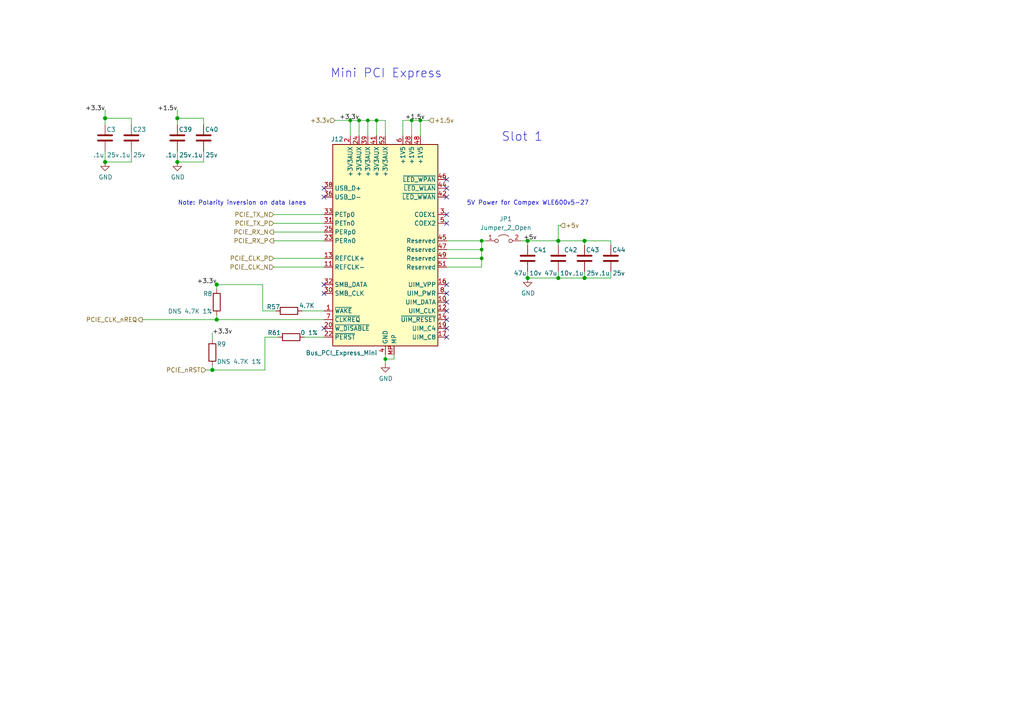
<source format=kicad_sch>
(kicad_sch (version 20201015) (generator eeschema)
  (paper "A4")
  (title_block (title "AP3000v3") (date "2020-10-27") (rev "1") (company "(c) ISis ImageStream Internet Solutions 2020") (comment 1 "www.imagestream.com"))
  (lib_symbols
    (symbol "Connector:Bus_PCI_Express_Mini"
      (property "Reference" "J" (at -16.51 31.75 0))
      (property "Value" "Bus_PCI_Express_Mini" (at 22.86 31.75 0))
      (symbol "Bus_PCI_Express_Mini_0_1"
        (rectangle (start -15.24 30.48) (end 15.24 -27.94) (stroke (width 0.254)) (fill (type background)))
      )
      (symbol "Bus_PCI_Express_Mini_1_1"
        (pin open_collector line (at -17.78 -17.78 0) (length 2.54) (name "~WAKE") (number "1"))
        (pin bidirectional line (at 17.78 -15.24 180) (length 2.54) (name "UIM_DATA") (number "10"))
        (pin input line (at -17.78 -5.08 0) (length 2.54) (name "REFCLK-") (number "11"))
        (pin output line (at 17.78 -17.78 180) (length 2.54) (name "UIM_CLK") (number "12"))
        (pin input line (at -17.78 -2.54 0) (length 2.54) (name "REFCLK+") (number "13"))
        (pin output line (at 17.78 -20.32 180) (length 2.54) (name "~UIM_RESET") (number "14"))
        (pin passive line (at 0 -30.48 90) (length 2.54) hide (name "GND") (number "15"))
        (pin power_out line (at 17.78 -10.16 180) (length 2.54) (name "UIM_VPP") (number "16"))
        (pin passive line (at 17.78 -25.4 180) (length 2.54) (name "UIM_C8") (number "17"))
        (pin passive line (at 0 -30.48 90) (length 2.54) hide (name "GND") (number "18"))
        (pin passive line (at 17.78 -22.86 180) (length 2.54) (name "UIM_C4") (number "19"))
        (pin power_in line (at -10.16 33.02 270) (length 2.54) (name "+3V3AUX") (number "2"))
        (pin input line (at -17.78 -22.86 0) (length 2.54) (name "~W_DISABLE") (number "20"))
        (pin passive line (at 0 -30.48 90) (length 2.54) hide (name "GND") (number "21"))
        (pin input line (at -17.78 -25.4 0) (length 2.54) (name "~PERST") (number "22"))
        (pin output line (at -17.78 2.54 0) (length 2.54) (name "PERn0") (number "23"))
        (pin power_in line (at -7.62 33.02 270) (length 2.54) (name "+3V3AUX") (number "24"))
        (pin output line (at -17.78 5.08 0) (length 2.54) (name "PERp0") (number "25"))
        (pin passive line (at 0 -30.48 90) (length 2.54) hide (name "GND") (number "26"))
        (pin passive line (at 0 -30.48 90) (length 2.54) hide (name "GND") (number "27"))
        (pin power_in line (at 7.62 33.02 270) (length 2.54) (name "+1V5") (number "28"))
        (pin passive line (at 0 -30.48 90) (length 2.54) hide (name "GND") (number "29"))
        (pin passive line (at 17.78 10.16 180) (length 2.54) (name "COEX1") (number "3"))
        (pin input line (at -17.78 -12.7 0) (length 2.54) (name "SMB_CLK") (number "30"))
        (pin input line (at -17.78 7.62 0) (length 2.54) (name "PETn0") (number "31"))
        (pin bidirectional line (at -17.78 -10.16 0) (length 2.54) (name "SMB_DATA") (number "32"))
        (pin input line (at -17.78 10.16 0) (length 2.54) (name "PETp0") (number "33"))
        (pin passive line (at 0 -30.48 90) (length 2.54) hide (name "GND") (number "34"))
        (pin passive line (at 0 -30.48 90) (length 2.54) hide (name "GND") (number "35"))
        (pin bidirectional line (at -17.78 15.24 0) (length 2.54) (name "USB_D-") (number "36"))
        (pin passive line (at 0 -30.48 90) (length 2.54) hide (name "GND") (number "37"))
        (pin bidirectional line (at -17.78 17.78 0) (length 2.54) (name "USB_D+") (number "38"))
        (pin power_in line (at -5.08 33.02 270) (length 2.54) (name "+3V3AUX") (number "39"))
        (pin power_in line (at 0 -30.48 90) (length 2.54) (name "GND") (number "4"))
        (pin passive line (at 0 -30.48 90) (length 2.54) hide (name "GND") (number "40"))
        (pin power_in line (at -2.54 33.02 270) (length 2.54) (name "+3V3AUX") (number "41"))
        (pin open_collector line (at 17.78 15.24 180) (length 2.54) (name "~LED_WWAN") (number "42"))
        (pin passive line (at 0 -30.48 90) (length 2.54) hide (name "GND") (number "43"))
        (pin open_collector line (at 17.78 17.78 180) (length 2.54) (name "~LED_WLAN") (number "44"))
        (pin passive line (at 17.78 2.54 180) (length 2.54) (name "Reserved") (number "45"))
        (pin open_collector line (at 17.78 20.32 180) (length 2.54) (name "~LED_WPAN") (number "46"))
        (pin passive line (at 17.78 0 180) (length 2.54) (name "Reserved") (number "47"))
        (pin power_in line (at 10.16 33.02 270) (length 2.54) (name "+1V5") (number "48"))
        (pin passive line (at 17.78 -2.54 180) (length 2.54) (name "Reserved") (number "49"))
        (pin passive line (at 17.78 7.62 180) (length 2.54) (name "COEX2") (number "5"))
        (pin passive line (at 0 -30.48 90) (length 2.54) hide (name "GND") (number "50"))
        (pin passive line (at 17.78 -5.08 180) (length 2.54) (name "Reserved") (number "51"))
        (pin power_in line (at 0 33.02 270) (length 2.54) (name "+3V3AUX") (number "52"))
        (pin power_in line (at 5.08 33.02 270) (length 2.54) (name "+1V5") (number "6"))
        (pin open_collector line (at -17.78 -20.32 0) (length 2.54) (name "~CLKREQ") (number "7"))
        (pin power_out line (at 17.78 -12.7 180) (length 2.54) (name "UIM_PWR") (number "8"))
        (pin passive line (at 0 -30.48 90) (length 2.54) hide (name "GND") (number "9"))
        (pin passive line (at 2.54 -30.48 90) (length 2.54) (name "MP") (number "MP"))
      )
    )
    (symbol "Device:C" (pin_numbers hide) (pin_names (offset 0.254))
      (property "Reference" "C" (at 0.635 2.54 0))
      (property "Value" "C" (at 0.635 -2.54 0))
      (symbol "C_0_1"
        (polyline (pts (xy -2.032 -0.762) (xy 2.032 -0.762)) (stroke (width 0.508)))
        (polyline (pts (xy -2.032 0.762) (xy 2.032 0.762)) (stroke (width 0.508)))
      )
      (symbol "C_1_1"
        (pin passive line (at 0 3.81 270) (length 2.794) (name "~") (number "1"))
        (pin passive line (at 0 -3.81 90) (length 2.794) (name "~") (number "2"))
      )
    )
    (symbol "Device:R" (pin_numbers hide) (pin_names (offset 0))
      (property "Reference" "R" (at 2.032 0 90))
      (property "Value" "R" (at 0 0 90))
      (symbol "R_0_1"
        (rectangle (start -1.016 -2.54) (end 1.016 2.54) (stroke (width 0.254)))
      )
      (symbol "R_1_1"
        (pin passive line (at 0 3.81 270) (length 1.27) (name "~") (number "1"))
        (pin passive line (at 0 -3.81 90) (length 1.27) (name "~") (number "2"))
      )
    )
    (symbol "Jumper:Jumper_2_Open" (pin_names (offset 0) hide)
      (property "Reference" "JP" (at 0 2.794 0))
      (property "Value" "Jumper_2_Open" (at 0 -2.286 0))
      (symbol "Jumper_2_Open_0_0"
        (circle (center -2.032 0) (radius 0.508))
        (circle (center 2.032 0) (radius 0.508))
      )
      (symbol "Jumper_2_Open_0_1"
        (arc (start -1.524 1.27) (end 1.524 1.27) (radius (at 0 -0.762) (length 2.54) (angles 126.9 53.1)))
      )
      (symbol "Jumper_2_Open_1_1"
        (pin passive line (at -5.08 0 0) (length 2.54) (name "A") (number "1"))
        (pin passive line (at 5.08 0 180) (length 2.54) (name "B") (number "2"))
      )
    )
    (symbol "power:GND" (power) (pin_names (offset 0))
      (property "Value" "GND" (at 0 -3.81 0))
      (symbol "GND_0_1"
        (polyline (pts (xy 0 0) (xy 0 -1.27) (xy 1.27 -1.27) (xy 0 -2.54) (xy -1.27 -1.27) (xy 0 -1.27)))
      )
      (symbol "GND_1_1"
        (pin power_in line (at 0 0 270) (length 0) hide (name "GND") (number "1"))
      )
    )
  )
  (junction (at 30.48 34.29) (diameter 1.016))
  (junction (at 30.48 46.99) (diameter 1.016))
  (junction (at 51.435 34.29) (diameter 1.016))
  (junction (at 51.435 46.99) (diameter 1.016))
  (junction (at 61.595 107.315) (diameter 1.016))
  (junction (at 62.865 82.55) (diameter 1.016))
  (junction (at 62.865 92.71) (diameter 1.016))
  (junction (at 101.6 34.925) (diameter 0.9144))
  (junction (at 104.14 34.925) (diameter 0.9144))
  (junction (at 106.68 34.925) (diameter 0.9144))
  (junction (at 109.22 34.925) (diameter 0.9144))
  (junction (at 111.76 104.14) (diameter 0.9144))
  (junction (at 119.38 34.925) (diameter 0.9144))
  (junction (at 121.92 34.925) (diameter 0.9144))
  (junction (at 139.7 69.85) (diameter 0.9144))
  (junction (at 139.7 72.39) (diameter 0.9144))
  (junction (at 139.7 74.93) (diameter 0.9144))
  (junction (at 153.035 69.85) (diameter 1.016))
  (junction (at 153.035 80.645) (diameter 1.016))
  (junction (at 161.925 69.85) (diameter 1.016))
  (junction (at 161.925 80.645) (diameter 1.016))
  (junction (at 169.545 69.85) (diameter 1.016))
  (junction (at 169.545 80.645) (diameter 1.016))
  (no_connect (at 129.54 62.23))
  (no_connect (at 93.98 82.55))
  (no_connect (at 93.98 85.09))
  (no_connect (at 129.54 90.17))
  (no_connect (at 129.54 92.71))
  (no_connect (at 129.54 52.07))
  (no_connect (at 93.98 54.61))
  (no_connect (at 129.54 57.15))
  (no_connect (at 129.54 64.77))
  (no_connect (at 93.98 95.25))
  (no_connect (at 129.54 95.25))
  (no_connect (at 93.98 57.15))
  (no_connect (at 129.54 87.63))
  (no_connect (at 129.54 85.09))
  (no_connect (at 129.54 97.79))
  (no_connect (at 129.54 54.61))
  (no_connect (at 129.54 82.55))
  (wire (pts (xy 30.48 31.75) (xy 30.48 34.29)))
  (wire (pts (xy 30.48 34.29) (xy 38.1 34.29)))
  (wire (pts (xy 30.48 36.195) (xy 30.48 34.29)))
  (wire (pts (xy 30.48 43.815) (xy 30.48 46.99)))
  (wire (pts (xy 30.48 46.99) (xy 38.1 46.99)))
  (wire (pts (xy 38.1 36.195) (xy 38.1 34.29)))
  (wire (pts (xy 38.1 43.815) (xy 38.1 46.99)))
  (wire (pts (xy 41.275 92.71) (xy 62.865 92.71)))
  (wire (pts (xy 51.435 31.75) (xy 51.435 34.29)))
  (wire (pts (xy 51.435 34.29) (xy 59.055 34.29)))
  (wire (pts (xy 51.435 36.195) (xy 51.435 34.29)))
  (wire (pts (xy 51.435 43.815) (xy 51.435 46.99)))
  (wire (pts (xy 51.435 46.99) (xy 59.055 46.99)))
  (wire (pts (xy 59.055 36.195) (xy 59.055 34.29)))
  (wire (pts (xy 59.055 43.815) (xy 59.055 46.99)))
  (wire (pts (xy 59.69 107.315) (xy 61.595 107.315)))
  (wire (pts (xy 61.595 96.52) (xy 61.595 98.425)))
  (wire (pts (xy 61.595 106.045) (xy 61.595 107.315)))
  (wire (pts (xy 62.865 81.915) (xy 62.865 82.55)))
  (wire (pts (xy 62.865 82.55) (xy 62.865 83.82)))
  (wire (pts (xy 62.865 91.44) (xy 62.865 92.71)))
  (wire (pts (xy 62.865 92.71) (xy 93.98 92.71)))
  (wire (pts (xy 76.2 82.55) (xy 62.865 82.55)))
  (wire (pts (xy 76.2 82.55) (xy 76.2 90.17)))
  (wire (pts (xy 76.835 97.79) (xy 76.835 107.315)))
  (wire (pts (xy 76.835 97.79) (xy 80.645 97.79)))
  (wire (pts (xy 76.835 107.315) (xy 61.595 107.315)))
  (wire (pts (xy 79.375 62.23) (xy 93.98 62.23)))
  (wire (pts (xy 79.375 64.77) (xy 93.98 64.77)))
  (wire (pts (xy 79.375 67.31) (xy 93.98 67.31)))
  (wire (pts (xy 79.375 69.85) (xy 93.98 69.85)))
  (wire (pts (xy 79.375 74.93) (xy 93.98 74.93)))
  (wire (pts (xy 79.375 77.47) (xy 93.98 77.47)))
  (wire (pts (xy 80.01 90.17) (xy 76.2 90.17)))
  (wire (pts (xy 87.63 90.17) (xy 93.98 90.17)))
  (wire (pts (xy 88.265 97.79) (xy 93.98 97.79)))
  (wire (pts (xy 97.155 34.925) (xy 101.6 34.925)))
  (wire (pts (xy 101.6 34.925) (xy 101.6 39.37)))
  (wire (pts (xy 104.14 34.925) (xy 101.6 34.925)))
  (wire (pts (xy 104.14 34.925) (xy 106.68 34.925)))
  (wire (pts (xy 104.14 39.37) (xy 104.14 34.925)))
  (wire (pts (xy 106.68 34.925) (xy 106.68 39.37)))
  (wire (pts (xy 106.68 34.925) (xy 109.22 34.925)))
  (wire (pts (xy 109.22 34.925) (xy 109.22 39.37)))
  (wire (pts (xy 109.22 34.925) (xy 111.76 34.925)))
  (wire (pts (xy 111.76 34.925) (xy 111.76 39.37)))
  (wire (pts (xy 111.76 102.87) (xy 111.76 104.14)))
  (wire (pts (xy 111.76 104.14) (xy 111.76 105.41)))
  (wire (pts (xy 114.3 102.87) (xy 114.3 104.14)))
  (wire (pts (xy 114.3 104.14) (xy 111.76 104.14)))
  (wire (pts (xy 116.84 34.925) (xy 119.38 34.925)))
  (wire (pts (xy 116.84 39.37) (xy 116.84 34.925)))
  (wire (pts (xy 119.38 34.925) (xy 121.92 34.925)))
  (wire (pts (xy 119.38 39.37) (xy 119.38 34.925)))
  (wire (pts (xy 121.92 34.925) (xy 121.92 39.37)))
  (wire (pts (xy 124.46 34.925) (xy 121.92 34.925)))
  (wire (pts (xy 129.54 69.85) (xy 139.7 69.85)))
  (wire (pts (xy 129.54 72.39) (xy 139.7 72.39)))
  (wire (pts (xy 129.54 77.47) (xy 139.7 77.47)))
  (wire (pts (xy 139.7 69.85) (xy 140.97 69.85)))
  (wire (pts (xy 139.7 72.39) (xy 139.7 69.85)))
  (wire (pts (xy 139.7 72.39) (xy 139.7 74.93)))
  (wire (pts (xy 139.7 74.93) (xy 129.54 74.93)))
  (wire (pts (xy 139.7 77.47) (xy 139.7 74.93)))
  (wire (pts (xy 151.13 69.85) (xy 153.035 69.85)))
  (wire (pts (xy 153.035 69.85) (xy 161.925 69.85)))
  (wire (pts (xy 153.035 71.12) (xy 153.035 69.85)))
  (wire (pts (xy 153.035 78.74) (xy 153.035 80.645)))
  (wire (pts (xy 153.035 80.645) (xy 161.925 80.645)))
  (wire (pts (xy 161.925 65.405) (xy 161.925 69.85)))
  (wire (pts (xy 161.925 65.405) (xy 162.56 65.405)))
  (wire (pts (xy 161.925 69.85) (xy 169.545 69.85)))
  (wire (pts (xy 161.925 71.12) (xy 161.925 69.85)))
  (wire (pts (xy 161.925 80.645) (xy 161.925 78.74)))
  (wire (pts (xy 169.545 69.85) (xy 177.165 69.85)))
  (wire (pts (xy 169.545 71.12) (xy 169.545 69.85)))
  (wire (pts (xy 169.545 78.74) (xy 169.545 80.645)))
  (wire (pts (xy 169.545 80.645) (xy 161.925 80.645)))
  (wire (pts (xy 177.165 71.12) (xy 177.165 69.85)))
  (wire (pts (xy 177.165 78.74) (xy 177.165 80.645)))
  (wire (pts (xy 177.165 80.645) (xy 169.545 80.645)))
  (text "Note: Polarity inversion on data lanes" (at 88.9 59.69 180) (effects (font (size 1.27 1.27)) (justify right bottom)))
  (text "Mini PCI Express" (at 128.27 22.86 180) (effects (font (size 2.54 2.54)) (justify right bottom)))
  (text "Slot 1" (at 157.48 41.275 180) (effects (font (size 2.54 2.54)) (justify right bottom)))
  (text "5V Power for Compex WLE600v5-27" (at 170.815 59.69 180) (effects (font (size 1.27 1.27)) (justify right bottom)))
  (label "+3.3v" (at 30.48 32.385 180))
  (label "+1.5v" (at 51.435 32.385 180))
  (label "+3.3v" (at 61.595 97.155 0))
  (label "+3.3v" (at 62.865 82.55 180))
  (label "+3.3v" (at 98.425 34.925 0))
  (label "+1.5v" (at 117.475 34.925 0))
  (label "+5v" (at 151.765 69.85 0))
  (hierarchical_label "PCIE_CLK_nREQ" (shape output) (at 41.275 92.71 180))
  (hierarchical_label "PCIE_nRST" (shape input) (at 59.69 107.315 180))
  (hierarchical_label "PCIE_TX_N" (shape input) (at 79.375 62.23 180))
  (hierarchical_label "PCIE_TX_P" (shape input) (at 79.375 64.77 180))
  (hierarchical_label "PCIE_RX_N" (shape output) (at 79.375 67.31 180))
  (hierarchical_label "PCIE_RX_P" (shape output) (at 79.375 69.85 180))
  (hierarchical_label "PCIE_CLK_P" (shape input) (at 79.375 74.93 180))
  (hierarchical_label "PCIE_CLK_N" (shape input) (at 79.375 77.47 180))
  (hierarchical_label "+3.3v" (shape input) (at 97.155 34.925 180))
  (hierarchical_label "+1.5v" (shape input) (at 124.46 34.925 0))
  (hierarchical_label "+5v" (shape input) (at 162.56 65.405 0))
  (symbol (lib_id "power:GND") (at 30.48 46.99 0) (unit 1)
    (property "Reference" "#PWR0114" (effects hide))
    (property "Value" "GND" (at 30.607 51.3842 0))
  )
  (symbol (lib_id "power:GND") (at 51.435 46.99 0) (unit 1)
    (property "Reference" "#PWR0113" (effects hide))
    (property "Value" "GND" (at 51.562 51.3842 0))
  )
  (symbol (lib_id "power:GND") (at 111.76 105.41 0) (unit 1)
    (property "Reference" "#PWR0138" (effects hide))
    (property "Value" "GND" (at 111.887 109.8042 0))
  )
  (symbol (lib_id "power:GND") (at 153.035 80.645 0) (unit 1)
    (property "Reference" "#PWR0111" (effects hide))
    (property "Value" "GND" (at 153.162 85.0392 0))
  )
  (symbol (lib_id "Device:R") (at 61.595 102.235 0) (mirror x) (unit 1)
    (property "Reference" "R9" (at 62.865 99.822 0) (effects (justify left)))
    (property "Value" "DNS 4.7K 1%" (at 62.865 104.902 0) (effects (justify left)))
    (property "Footprint" "Resistor_SMD:R_0603_1608Metric" (effects hide))
    (property "PartsBoxID" "0603-4.7K-1%" (effects hide))
  )
  (symbol (lib_id "Device:R") (at 62.865 87.63 180) (unit 1)
    (property "Reference" "R8" (at 61.595 85.217 0) (effects (justify left)))
    (property "Value" "DNS 4.7K 1%" (at 61.595 90.297 0) (effects (justify left)))
    (property "Footprint" "Resistor_SMD:R_0603_1608Metric" (effects hide))
    (property "PartsBoxID" "0603-4.7K-1%" (effects hide))
  )
  (symbol (lib_id "Device:R") (at 83.82 90.17 270) (mirror x) (unit 1)
    (property "Reference" "R57" (at 77.343 89.027 90) (effects (justify left)))
    (property "Value" "4.7K" (at 86.741 88.646 90) (effects (justify left)))
    (property "Footprint" "Resistor_SMD:R_0603_1608Metric" (effects hide))
    (property "PartsBoxID" "0603-4.7K-1%" (effects hide))
  )
  (symbol (lib_id "Device:R") (at 84.455 97.79 270) (mirror x) (unit 1)
    (property "Reference" "R61" (at 77.597 96.52 90) (effects (justify left)))
    (property "Value" "0 1%" (at 87.122 96.52 90) (effects (justify left)))
    (property "Footprint" "Resistor_SMD:R_0603_1608Metric" (effects hide))
    (property "PartsBoxID" "0603-0R-1%" (effects hide))
  )
  (symbol (lib_id "Jumper:Jumper_2_Open") (at 146.05 69.85 0) (unit 1)
    (property "Reference" "JP1" (at 146.685 63.5 0))
    (property "Value" "Jumper_2_Open" (at 146.685 66.04 0))
    (property "Footprint" "Connector_PinHeader_2.54mm:PinHeader_1x02_P2.54mm_Vertical" (effects hide))
    (property "PartsBoxID" "C124374" (effects hide))
  )
  (symbol (lib_id "Device:C") (at 30.48 40.005 0) (unit 1)
    (property "Reference" "C3" (at 30.861 37.5666 0) (effects (justify left)))
    (property "Value" ".1u 25v" (at 27.051 44.958 0) (effects (justify left)))
    (property "Footprint" "Capacitor_SMD:C_0603_1608Metric" (effects hide))
    (property "Part Description" ".1uF 10% or 20% 25V Ceramic Capacitor X7R 0402" (effects hide))
    (property "PartsBoxID" "0603-100nF-X7R-25V" (effects hide))
  )
  (symbol (lib_id "Device:C") (at 38.1 40.005 0) (unit 1)
    (property "Reference" "C23" (at 38.481 37.5666 0) (effects (justify left)))
    (property "Value" ".1u 25v" (at 34.671 44.958 0) (effects (justify left)))
    (property "Footprint" "Capacitor_SMD:C_0603_1608Metric" (effects hide))
    (property "Part Description" ".1uF 10% or 20% 25V Ceramic Capacitor X7R 0402" (effects hide))
    (property "PartsBoxID" "0603-100nF-X7R-25V" (effects hide))
  )
  (symbol (lib_id "Device:C") (at 51.435 40.005 0) (unit 1)
    (property "Reference" "C39" (at 51.816 37.5666 0) (effects (justify left)))
    (property "Value" ".1u 25v" (at 48.006 44.958 0) (effects (justify left)))
    (property "Footprint" "Capacitor_SMD:C_0603_1608Metric" (effects hide))
    (property "Part Description" ".1uF 10% or 20% 25V Ceramic Capacitor X7R 0402" (effects hide))
    (property "PartsBoxID" "0603-100nF-X7R-25V" (effects hide))
  )
  (symbol (lib_id "Device:C") (at 59.055 40.005 0) (unit 1)
    (property "Reference" "C40" (at 59.436 37.5666 0) (effects (justify left)))
    (property "Value" ".1u 25v" (at 55.626 44.958 0) (effects (justify left)))
    (property "Footprint" "Capacitor_SMD:C_0603_1608Metric" (effects hide))
    (property "Part Description" ".1uF 10% or 20% 25V Ceramic Capacitor X7R 0402" (effects hide))
    (property "PartsBoxID" "0603-100nF-X7R-25V" (effects hide))
  )
  (symbol (lib_id "Device:C") (at 153.035 74.93 0) (unit 1)
    (property "Reference" "C41" (at 154.686 72.4916 0) (effects (justify left)))
    (property "Value" "47u 10v" (at 148.971 79.248 0) (effects (justify left)))
    (property "Footprint" "Capacitor_SMD:C_1206_3216Metric" (effects hide))
    (property "Field4" "Mouser" (effects hide))
    (property "Part Description" "47uF 10% or 20% 10V Ceramic Capacitor X5R 1206" (effects hide))
    (property "PartsBoxID" "1206-47uF-X5R-10V" (effects hide))
  )
  (symbol (lib_id "Device:C") (at 161.925 74.93 0) (unit 1)
    (property "Reference" "C42" (at 163.576 72.4916 0) (effects (justify left)))
    (property "Value" "47u 10v" (at 157.861 79.248 0) (effects (justify left)))
    (property "Footprint" "Capacitor_SMD:C_1206_3216Metric" (effects hide))
    (property "Field4" "Mouser" (effects hide))
    (property "Part Description" "47uF 10% or 20% 10V Ceramic Capacitor X5R 1206" (effects hide))
    (property "PartsBoxID" "1206-47uF-X5R-10V" (effects hide))
  )
  (symbol (lib_id "Device:C") (at 169.545 74.93 0) (unit 1)
    (property "Reference" "C43" (at 169.926 72.4916 0) (effects (justify left)))
    (property "Value" ".1u 25v" (at 166.116 79.248 0) (effects (justify left)))
    (property "Footprint" "Capacitor_SMD:C_0603_1608Metric" (effects hide))
    (property "Part Description" ".1uF 10% or 20% 25V Ceramic Capacitor X7R 0402" (effects hide))
    (property "PartsBoxID" "0603-100nF-X7R-25V" (effects hide))
  )
  (symbol (lib_id "Device:C") (at 177.165 74.93 0) (unit 1)
    (property "Reference" "C44" (at 177.546 72.4916 0) (effects (justify left)))
    (property "Value" ".1u 25v" (at 173.736 79.248 0) (effects (justify left)))
    (property "Footprint" "Capacitor_SMD:C_0603_1608Metric" (effects hide))
    (property "Part Description" ".1uF 10% or 20% 25V Ceramic Capacitor X7R 0402" (effects hide))
    (property "PartsBoxID" "0603-100nF-X7R-25V" (effects hide))
  )
  (symbol (lib_id "Connector:Bus_PCI_Express_Mini") (at 111.76 72.39 0) (unit 1)
    (property "Reference" "J12" (at 97.79 40.3606 0))
    (property "Value" "Bus_PCI_Express_Mini" (at 99.06 102.362 0))
    (property "Footprint" "Scott:BUS_PCI_Express_Mini_Full" (effects hide))
    (property "MFR" "-" (effects hide))
    (property "MPN" "-" (effects hide))
    (property "SPR" "-" (effects hide))
    (property "SPN" "-" (effects hide))
    (property "SPURL" "-" (effects hide))
    (property "PartsBoxID" "1775838-2" (effects hide))
  )
)
</source>
